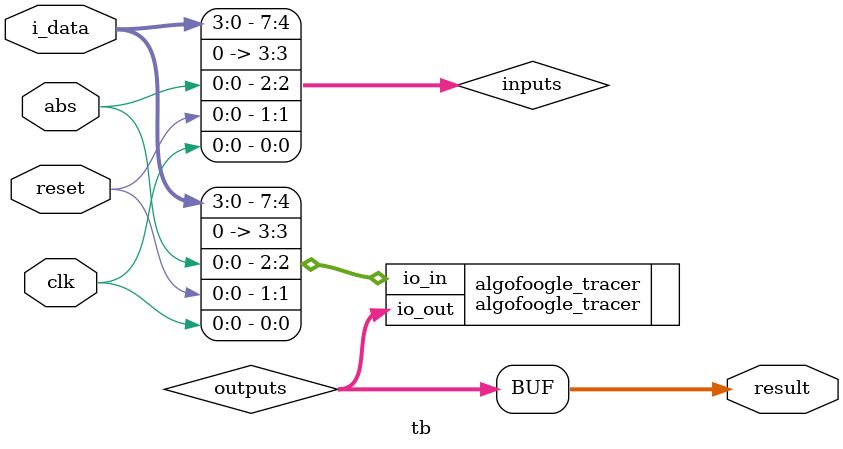
<source format=v>
`default_nettype none
`timescale 1ns/1ps

/*
this testbench just instantiates the module and makes some convenient wires
that can be driven / tested by the cocotb test.py
*/

module tb (
    // testbench is controlled by test.py
    input clk,
    input reset,
    input abs,
    input [3:0] i_data,
    output [7:0] result
   );

    // this part dumps the trace to a vcd file that can be viewed with GTKWave
    initial begin
        $dumpfile ("tb.vcd");
        $dumpvars (0, tb);
        #1;
    end

    // wire up the inputs and outputs
    wire [7:0] inputs = {i_data, 1'b0, abs, reset, clk};
    wire [7:0] outputs;
    assign result = outputs;

    // instantiate the DUT
    algofoogle_tracer algofoogle_tracer(
        `ifdef GL_TEST
            .vccd1( 1'b1),
            .vssd1( 1'b0),
        `endif
        .io_in  (inputs),
        .io_out (outputs)
        );

endmodule

</source>
